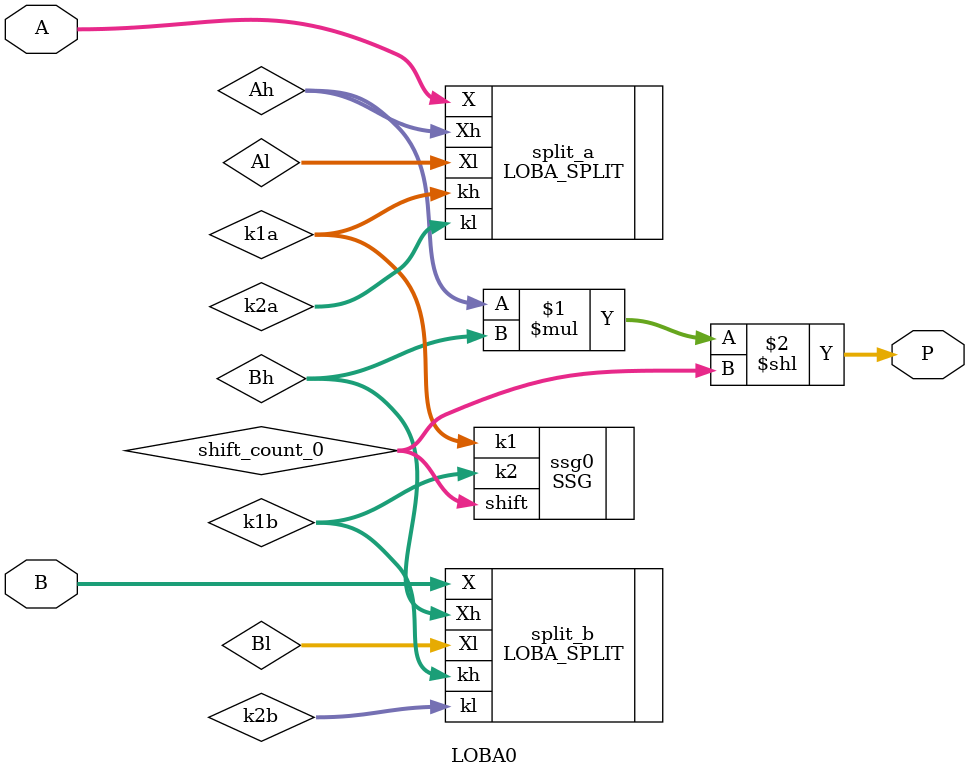
<source format=v>
`include "LOBA_SPLIT.v"
`include "LOBD.v"
`include "SSG.v"

module LOBA0 #(parameter N=16, parameter K=4) (A, B, P);

    input [N-1:0] A;
    input [N-1:0] B;
    output [2*N-1:0] P;

    wire [K-1:0] Ah;
    wire [K-1:0] Al;
    wire [$clog2(N)-1:0] k1a;
    wire [$clog2(N)-1:0] k2a;

    wire [K-1:0] Bh;
    wire [K-1:0] Bl;
    wire [$clog2(N)-1:0] k1b;
    wire [$clog2(N)-1:0] k2b;

    wire [$clog2(2*N)-1:0] shift_count_0;

    LOBA_SPLIT #(.N(N), .K(K)) split_a (.X(A), .Xh(Ah), .kh(k1a), .Xl(Al), .kl(k2a));
    LOBA_SPLIT #(.N(N), .K(K)) split_b (.X(B), .Xh(Bh), .kh(k1b), .Xl(Bl), .kl(k2b));
    SSG #(.K(K)) ssg0 (.k1(k1a), .k2(k1b), .shift(shift_count_0));

    assign P =
        ((Ah * Bh) << shift_count_0);

endmodule

</source>
